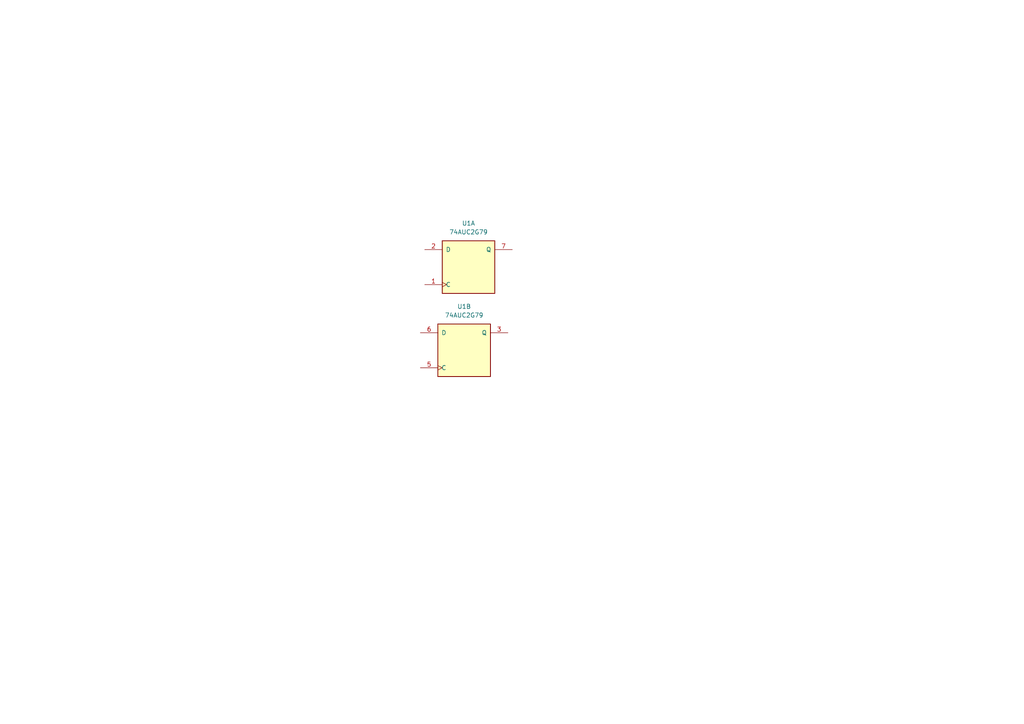
<source format=kicad_sch>
(kicad_sch (version 20231120) (generator "eeschema") (generator_version "8.0")
  (paper "A4")
  (lib_symbols
    (symbol "74xGxx:74AUC2G79" (pin_names (offset 1.016))
      (property "Reference" "U" (at -2.54 5.08 0))
      (property "Value" "74AUC2G79" (at 0 -5.08 0))
      (symbol "74AUC2G79_1_1"
        (rectangle (start -7.62 7.62) (end 7.62 -7.62) (stroke (width 0.254)) (fill (type background)))
        (pin input clock (at -12.7 -5.08 0) (length 5.08) (name "C") (number "1"))
        (pin input line (at -12.7 5.08 0) (length 5.08) (name "D") (number "2"))
        (pin output line (at 12.7 5.08 180) (length 5.08) (name "Q") (number "7"))
      )
      (symbol "74AUC2G79_2_1"
        (rectangle (start -7.62 7.62) (end 7.62 -7.62) (stroke (width 0.254)) (fill (type background)))
        (pin output line (at 12.7 5.08 180) (length 5.08) (name "Q") (number "3"))
        (pin input clock (at -12.7 -5.08 0) (length 5.08) (name "C") (number "5"))
        (pin input line (at -12.7 5.08 0) (length 5.08) (name "D") (number "6"))
      )
      (symbol "74AUC2G79_3_0"
        (rectangle (start -5.08 -7.62) (end 5.08 7.62) (stroke (width 0.254)) (fill (type background)))
      )
      (symbol "74AUC2G79_3_1"
        (pin power_in line (at 0 -12.7 90) (length 5.08) (name "GND") (number "4"))
        (pin power_in line (at 0 12.7 270) (length 5.08) (name "VCC") (number "8"))
      )
    )
  )
  (symbol (lib_id "74xGxx:74AUC2G79") (at 135.89 77.47 0) (unit 1)
    (property "Reference" "U1" (at 135.89 64.77 0))
    (property "Value" "74AUC2G79" (at 135.89 67.31 0))
    (property "Datasheet" "http://www.ti.com/lit/sg/scyt129e/scyt129e.pdf" (effects (hide yes)))
    (property "Description" "Dual D Flip-Flop, Low-Voltage CMOS" (effects (hide yes)))
  )
  (symbol (lib_id "74xGxx:74AUC2G79") (at 134.62 101.6 0) (unit 2)
    (property "Reference" "U1" (at 134.62 88.9 0))
    (property "Value" "74AUC2G79" (at 134.62 91.44 0))
    (property "Datasheet" "http://www.ti.com/lit/sg/scyt129e/scyt129e.pdf" (effects (hide yes)))
    (property "Description" "Dual D Flip-Flop, Low-Voltage CMOS" (effects (hide yes)))
  )
)
</source>
